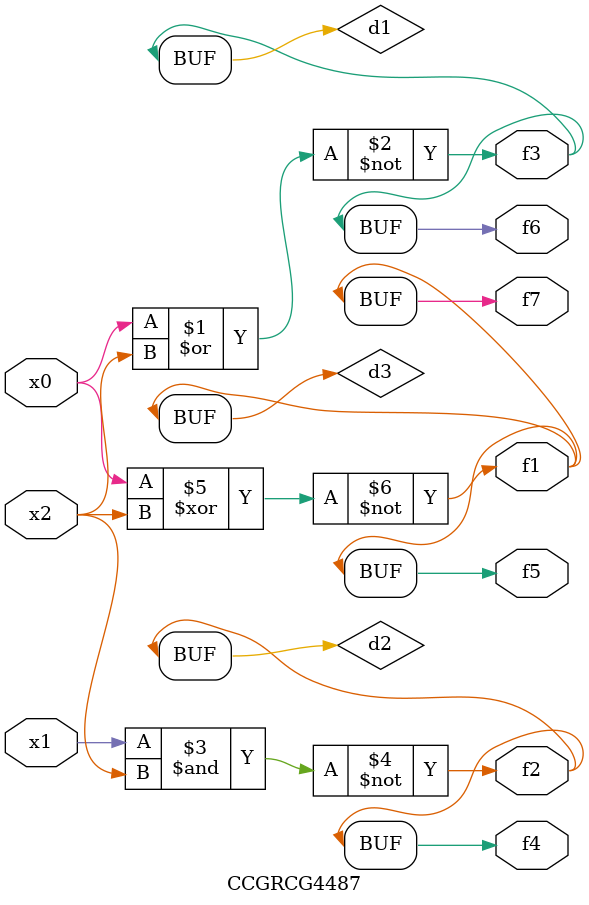
<source format=v>
module CCGRCG4487(
	input x0, x1, x2,
	output f1, f2, f3, f4, f5, f6, f7
);

	wire d1, d2, d3;

	nor (d1, x0, x2);
	nand (d2, x1, x2);
	xnor (d3, x0, x2);
	assign f1 = d3;
	assign f2 = d2;
	assign f3 = d1;
	assign f4 = d2;
	assign f5 = d3;
	assign f6 = d1;
	assign f7 = d3;
endmodule

</source>
